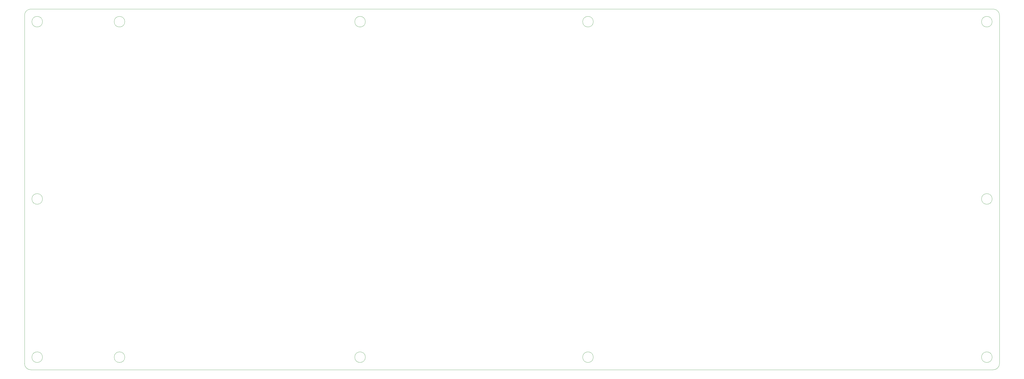
<source format=gbr>
%TF.GenerationSoftware,KiCad,Pcbnew,7.0.2-0*%
%TF.CreationDate,2024-03-15T16:03:43-04:00*%
%TF.ProjectId,75Dash_PCB,37354461-7368-45f5-9043-422e6b696361,rev?*%
%TF.SameCoordinates,Original*%
%TF.FileFunction,Profile,NP*%
%FSLAX46Y46*%
G04 Gerber Fmt 4.6, Leading zero omitted, Abs format (unit mm)*
G04 Created by KiCad (PCBNEW 7.0.2-0) date 2024-03-15 16:03:43*
%MOMM*%
%LPD*%
G01*
G04 APERTURE LIST*
%TA.AperFunction,Profile*%
%ADD10C,0.100000*%
%TD*%
G04 APERTURE END LIST*
D10*
X373475000Y-14287500D02*
G75*
G03*
X373475000Y-14287500I-2000000J0D01*
G01*
X376237500Y-142875000D02*
X376237500Y-11906250D01*
X373856250Y-9525000D02*
X11906250Y-9525000D01*
X11906250Y-145256250D02*
X373856250Y-145256250D01*
X47243750Y-14287500D02*
G75*
G03*
X47243750Y-14287500I-2000000J0D01*
G01*
X137731250Y-14287500D02*
G75*
G03*
X137731250Y-14287500I-2000000J0D01*
G01*
X376237500Y-11906250D02*
G75*
G03*
X373856250Y-9525000I-2381300J-50D01*
G01*
X16287500Y-14287500D02*
G75*
G03*
X16287500Y-14287500I-2000000J0D01*
G01*
X47243750Y-140493750D02*
G75*
G03*
X47243750Y-140493750I-2000000J0D01*
G01*
X373856250Y-145256300D02*
G75*
G03*
X376237500Y-142875000I-50J2381300D01*
G01*
X223456250Y-140493750D02*
G75*
G03*
X223456250Y-140493750I-2000000J0D01*
G01*
X9525000Y-11906250D02*
X9525000Y-142875000D01*
X16287500Y-140493750D02*
G75*
G03*
X16287500Y-140493750I-2000000J0D01*
G01*
X137731250Y-140493750D02*
G75*
G03*
X137731250Y-140493750I-2000000J0D01*
G01*
X373475000Y-80962500D02*
G75*
G03*
X373475000Y-80962500I-2000000J0D01*
G01*
X373475000Y-140493750D02*
G75*
G03*
X373475000Y-140493750I-2000000J0D01*
G01*
X16287500Y-80962500D02*
G75*
G03*
X16287500Y-80962500I-2000000J0D01*
G01*
X11906250Y-9525000D02*
G75*
G03*
X9525000Y-11906250I0J-2381250D01*
G01*
X9525000Y-142875000D02*
G75*
G03*
X11906250Y-145256250I2381250J0D01*
G01*
X223456250Y-14287500D02*
G75*
G03*
X223456250Y-14287500I-2000000J0D01*
G01*
M02*

</source>
